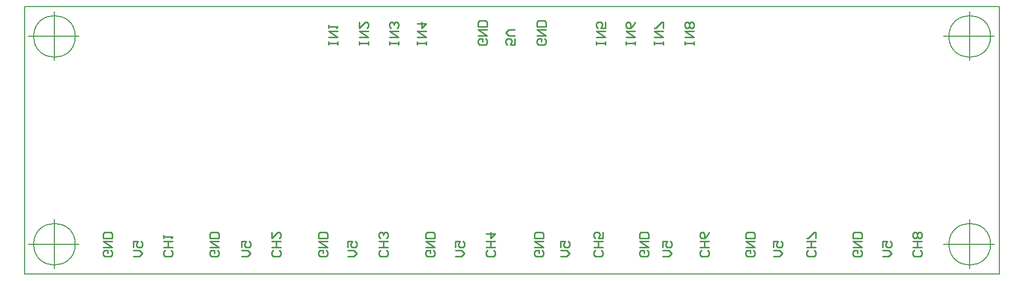
<source format=gbo>
%FSLAX25Y25*%
%MOIN*%
G70*
G01*
G75*
G04 Layer_Color=32896*
%ADD10R,0.02953X0.02362*%
%ADD11R,0.03937X0.04724*%
%ADD12R,0.04724X0.03937*%
%ADD13R,0.07087X0.09843*%
%ADD14C,0.05000*%
%ADD15C,0.01000*%
%ADD16C,0.07000*%
%ADD17C,0.00500*%
%ADD18C,0.00787*%
%ADD19C,0.10630*%
%ADD20C,0.23622*%
%ADD21C,0.07087*%
%ADD22R,0.10630X0.10630*%
%ADD23C,0.02400*%
%ADD24C,0.10000*%
%ADD25C,0.00984*%
%ADD26C,0.03000*%
%ADD27C,0.00394*%
%ADD28R,0.03753X0.03162*%
%ADD29R,0.04737X0.05524*%
%ADD30R,0.05524X0.04737*%
%ADD31R,0.07887X0.10642*%
%ADD32C,0.11430*%
%ADD33C,0.24422*%
%ADD34C,0.07887*%
%ADD35R,0.11430X0.11430*%
%ADD36C,0.03937*%
D15*
X56798Y15499D02*
X57798Y14499D01*
Y12500D01*
X56798Y11500D01*
X52800D01*
X51800Y12500D01*
Y14499D01*
X52800Y15499D01*
X54799D01*
Y13499D01*
X51800Y17498D02*
X57798D01*
X51800Y21497D01*
X57798D01*
Y23496D02*
X51800D01*
Y26495D01*
X52800Y27495D01*
X56798D01*
X57798Y26495D01*
Y23496D01*
X127598Y15499D02*
X128598Y14499D01*
Y12500D01*
X127598Y11500D01*
X123600D01*
X122600Y12500D01*
Y14499D01*
X123600Y15499D01*
X125599D01*
Y13499D01*
X122600Y17498D02*
X128598D01*
X122600Y21497D01*
X128598D01*
Y23496D02*
X122600D01*
Y26495D01*
X123600Y27495D01*
X127598D01*
X128598Y26495D01*
Y23496D01*
X199598Y15499D02*
X200598Y14499D01*
Y12500D01*
X199598Y11500D01*
X195600D01*
X194600Y12500D01*
Y14499D01*
X195600Y15499D01*
X197599D01*
Y13499D01*
X194600Y17498D02*
X200598D01*
X194600Y21497D01*
X200598D01*
Y23496D02*
X194600D01*
Y26495D01*
X195600Y27495D01*
X199598D01*
X200598Y26495D01*
Y23496D01*
X270598Y15499D02*
X271598Y14499D01*
Y12500D01*
X270598Y11500D01*
X266600D01*
X265600Y12500D01*
Y14499D01*
X266600Y15499D01*
X268599D01*
Y13499D01*
X265600Y17498D02*
X271598D01*
X265600Y21497D01*
X271598D01*
Y23496D02*
X265600D01*
Y26495D01*
X266600Y27495D01*
X270598D01*
X271598Y26495D01*
Y23496D01*
X342598Y15499D02*
X343598Y14499D01*
Y12500D01*
X342598Y11500D01*
X338600D01*
X337600Y12500D01*
Y14499D01*
X338600Y15499D01*
X340599D01*
Y13499D01*
X337600Y17498D02*
X343598D01*
X337600Y21497D01*
X343598D01*
Y23496D02*
X337600D01*
Y26495D01*
X338600Y27495D01*
X342598D01*
X343598Y26495D01*
Y23496D01*
X412198Y15499D02*
X413198Y14499D01*
Y12500D01*
X412198Y11500D01*
X408200D01*
X407200Y12500D01*
Y14499D01*
X408200Y15499D01*
X410199D01*
Y13499D01*
X407200Y17498D02*
X413198D01*
X407200Y21497D01*
X413198D01*
Y23496D02*
X407200D01*
Y26495D01*
X408200Y27495D01*
X412198D01*
X413198Y26495D01*
Y23496D01*
X482698Y15499D02*
X483698Y14499D01*
Y12500D01*
X482698Y11500D01*
X478700D01*
X477700Y12500D01*
Y14499D01*
X478700Y15499D01*
X480699D01*
Y13499D01*
X477700Y17498D02*
X483698D01*
X477700Y21497D01*
X483698D01*
Y23496D02*
X477700D01*
Y26495D01*
X478700Y27495D01*
X482698D01*
X483698Y26495D01*
Y23496D01*
X553498Y15499D02*
X554498Y14499D01*
Y12500D01*
X553498Y11500D01*
X549500D01*
X548500Y12500D01*
Y14499D01*
X549500Y15499D01*
X551499D01*
Y13499D01*
X548500Y17498D02*
X554498D01*
X548500Y21497D01*
X554498D01*
Y23496D02*
X548500D01*
Y26495D01*
X549500Y27495D01*
X553498D01*
X554498Y26495D01*
Y23496D01*
X568102Y17498D02*
Y21497D01*
X571101D01*
X570101Y19497D01*
Y18498D01*
X571101Y17498D01*
X573100D01*
X574100Y18498D01*
Y20497D01*
X573100Y21497D01*
X568102Y15499D02*
X572101D01*
X574100Y13499D01*
X572101Y11500D01*
X568102D01*
X495902Y17498D02*
Y21497D01*
X498901D01*
X497901Y19497D01*
Y18498D01*
X498901Y17498D01*
X500900D01*
X501900Y18498D01*
Y20497D01*
X500900Y21497D01*
X495902Y15499D02*
X499901D01*
X501900Y13499D01*
X499901Y11500D01*
X495902D01*
X422602Y17498D02*
Y21497D01*
X425601D01*
X424601Y19497D01*
Y18498D01*
X425601Y17498D01*
X427600D01*
X428600Y18498D01*
Y20497D01*
X427600Y21497D01*
X422602Y15499D02*
X426601D01*
X428600Y13499D01*
X426601Y11500D01*
X422602D01*
X354802Y17498D02*
Y21497D01*
X357801D01*
X356801Y19497D01*
Y18498D01*
X357801Y17498D01*
X359800D01*
X360800Y18498D01*
Y20497D01*
X359800Y21497D01*
X354802Y15499D02*
X358801D01*
X360800Y13499D01*
X358801Y11500D01*
X354802D01*
X285302Y17498D02*
Y21497D01*
X288301D01*
X287301Y19497D01*
Y18498D01*
X288301Y17498D01*
X290300D01*
X291300Y18498D01*
Y20497D01*
X290300Y21497D01*
X285302Y15499D02*
X289301D01*
X291300Y13499D01*
X289301Y11500D01*
X285302D01*
X213802Y17498D02*
Y21497D01*
X216801D01*
X215801Y19497D01*
Y18498D01*
X216801Y17498D01*
X218800D01*
X219800Y18498D01*
Y20497D01*
X218800Y21497D01*
X213802Y15499D02*
X217801D01*
X219800Y13499D01*
X217801Y11500D01*
X213802D01*
X143702Y17498D02*
Y21497D01*
X146701D01*
X145701Y19497D01*
Y18498D01*
X146701Y17498D01*
X148700D01*
X149700Y18498D01*
Y20497D01*
X148700Y21497D01*
X143702Y15499D02*
X147701D01*
X149700Y13499D01*
X147701Y11500D01*
X143702D01*
X72002Y17498D02*
Y21497D01*
X75001D01*
X74001Y19497D01*
Y18498D01*
X75001Y17498D01*
X77000D01*
X78000Y18498D01*
Y20497D01*
X77000Y21497D01*
X72002Y15499D02*
X76001D01*
X78000Y13499D01*
X76001Y11500D01*
X72002D01*
X96998Y15499D02*
X97998Y14499D01*
Y12500D01*
X96998Y11500D01*
X93000D01*
X92000Y12500D01*
Y14499D01*
X93000Y15499D01*
X97998Y17498D02*
X92000D01*
X94999D01*
Y21497D01*
X97998D01*
X92000D01*
Y23496D02*
Y25495D01*
Y24496D01*
X97998D01*
X96998Y23496D01*
X168498Y15499D02*
X169498Y14499D01*
Y12500D01*
X168498Y11500D01*
X164500D01*
X163500Y12500D01*
Y14499D01*
X164500Y15499D01*
X169498Y17498D02*
X163500D01*
X166499D01*
Y21497D01*
X169498D01*
X163500D01*
Y27495D02*
Y23496D01*
X167499Y27495D01*
X168498D01*
X169498Y26495D01*
Y24496D01*
X168498Y23496D01*
X239598Y15499D02*
X240598Y14499D01*
Y12500D01*
X239598Y11500D01*
X235600D01*
X234600Y12500D01*
Y14499D01*
X235600Y15499D01*
X240598Y17498D02*
X234600D01*
X237599D01*
Y21497D01*
X240598D01*
X234600D01*
X239598Y23496D02*
X240598Y24496D01*
Y26495D01*
X239598Y27495D01*
X238599D01*
X237599Y26495D01*
Y25495D01*
Y26495D01*
X236599Y27495D01*
X235600D01*
X234600Y26495D01*
Y24496D01*
X235600Y23496D01*
X310598Y15499D02*
X311598Y14499D01*
Y12500D01*
X310598Y11500D01*
X306600D01*
X305600Y12500D01*
Y14499D01*
X306600Y15499D01*
X311598Y17498D02*
X305600D01*
X308599D01*
Y21497D01*
X311598D01*
X305600D01*
Y26495D02*
X311598D01*
X308599Y23496D01*
Y27495D01*
X381798Y15499D02*
X382798Y14499D01*
Y12500D01*
X381798Y11500D01*
X377800D01*
X376800Y12500D01*
Y14499D01*
X377800Y15499D01*
X382798Y17498D02*
X376800D01*
X379799D01*
Y21497D01*
X382798D01*
X376800D01*
X382798Y27495D02*
Y23496D01*
X379799D01*
X380799Y25495D01*
Y26495D01*
X379799Y27495D01*
X377800D01*
X376800Y26495D01*
Y24496D01*
X377800Y23496D01*
X452398Y15499D02*
X453398Y14499D01*
Y12500D01*
X452398Y11500D01*
X448400D01*
X447400Y12500D01*
Y14499D01*
X448400Y15499D01*
X453398Y17498D02*
X447400D01*
X450399D01*
Y21497D01*
X453398D01*
X447400D01*
X453398Y27495D02*
X452398Y25495D01*
X450399Y23496D01*
X448400D01*
X447400Y24496D01*
Y26495D01*
X448400Y27495D01*
X449399D01*
X450399Y26495D01*
Y23496D01*
X522898Y15499D02*
X523898Y14499D01*
Y12500D01*
X522898Y11500D01*
X518900D01*
X517900Y12500D01*
Y14499D01*
X518900Y15499D01*
X523898Y17498D02*
X517900D01*
X520899D01*
Y21497D01*
X523898D01*
X517900D01*
X523898Y23496D02*
Y27495D01*
X522898D01*
X518900Y23496D01*
X517900D01*
X593198Y15499D02*
X594198Y14499D01*
Y12500D01*
X593198Y11500D01*
X589200D01*
X588200Y12500D01*
Y14499D01*
X589200Y15499D01*
X594198Y17498D02*
X588200D01*
X591199D01*
Y21497D01*
X594198D01*
X588200D01*
X593198Y23496D02*
X594198Y24496D01*
Y26495D01*
X593198Y27495D01*
X592199D01*
X591199Y26495D01*
X590199Y27495D01*
X589200D01*
X588200Y26495D01*
Y24496D01*
X589200Y23496D01*
X590199D01*
X591199Y24496D01*
X592199Y23496D01*
X593198D01*
X591199Y24496D02*
Y26495D01*
X207298Y152000D02*
Y153999D01*
Y153000D01*
X201300D01*
Y152000D01*
Y153999D01*
Y156998D02*
X207298D01*
X201300Y160997D01*
X207298D01*
X201300Y162996D02*
Y164996D01*
Y163996D01*
X207298D01*
X206298Y162996D01*
X227698Y152000D02*
Y153999D01*
Y153000D01*
X221700D01*
Y152000D01*
Y153999D01*
Y156998D02*
X227698D01*
X221700Y160997D01*
X227698D01*
X221700Y166995D02*
Y162996D01*
X225699Y166995D01*
X226698D01*
X227698Y165996D01*
Y163996D01*
X226698Y162996D01*
X247498Y152000D02*
Y153999D01*
Y153000D01*
X241500D01*
Y152000D01*
Y153999D01*
Y156998D02*
X247498D01*
X241500Y160997D01*
X247498D01*
X246498Y162996D02*
X247498Y163996D01*
Y165996D01*
X246498Y166995D01*
X245499D01*
X244499Y165996D01*
Y164996D01*
Y165996D01*
X243499Y166995D01*
X242500D01*
X241500Y165996D01*
Y163996D01*
X242500Y162996D01*
X265998Y152000D02*
Y153999D01*
Y153000D01*
X260000D01*
Y152000D01*
Y153999D01*
Y156998D02*
X265998D01*
X260000Y160997D01*
X265998D01*
X260000Y165996D02*
X265998D01*
X262999Y162996D01*
Y166995D01*
X305198Y155999D02*
X306198Y154999D01*
Y153000D01*
X305198Y152000D01*
X301200D01*
X300200Y153000D01*
Y154999D01*
X301200Y155999D01*
X303199D01*
Y153999D01*
X300200Y157998D02*
X306198D01*
X300200Y161997D01*
X306198D01*
Y163996D02*
X300200D01*
Y166995D01*
X301200Y167995D01*
X305198D01*
X306198Y166995D01*
Y163996D01*
X324698Y155999D02*
Y152000D01*
X321699D01*
X322699Y153999D01*
Y154999D01*
X321699Y155999D01*
X319700D01*
X318700Y154999D01*
Y153000D01*
X319700Y152000D01*
X324698Y157998D02*
X320699D01*
X318700Y159997D01*
X320699Y161997D01*
X324698D01*
X344298Y155999D02*
X345298Y154999D01*
Y153000D01*
X344298Y152000D01*
X340300D01*
X339300Y153000D01*
Y154999D01*
X340300Y155999D01*
X342299D01*
Y153999D01*
X339300Y157998D02*
X345298D01*
X339300Y161997D01*
X345298D01*
Y163996D02*
X339300D01*
Y166995D01*
X340300Y167995D01*
X344298D01*
X345298Y166995D01*
Y163996D01*
X384698Y152000D02*
Y153999D01*
Y153000D01*
X378700D01*
Y152000D01*
Y153999D01*
Y156998D02*
X384698D01*
X378700Y160997D01*
X384698D01*
Y166995D02*
Y162996D01*
X381699D01*
X382699Y164996D01*
Y165996D01*
X381699Y166995D01*
X379700D01*
X378700Y165996D01*
Y163996D01*
X379700Y162996D01*
X404298Y152000D02*
Y153999D01*
Y153000D01*
X398300D01*
Y152000D01*
Y153999D01*
Y156998D02*
X404298D01*
X398300Y160997D01*
X404298D01*
Y166995D02*
X403298Y164996D01*
X401299Y162996D01*
X399300D01*
X398300Y163996D01*
Y165996D01*
X399300Y166995D01*
X400299D01*
X401299Y165996D01*
Y162996D01*
X422798Y152000D02*
Y153999D01*
Y153000D01*
X416800D01*
Y152000D01*
Y153999D01*
Y156998D02*
X422798D01*
X416800Y160997D01*
X422798D01*
Y162996D02*
Y166995D01*
X421798D01*
X417800Y162996D01*
X416800D01*
X443198Y152000D02*
Y153999D01*
Y153000D01*
X437200D01*
Y152000D01*
Y153999D01*
Y156998D02*
X443198D01*
X437200Y160997D01*
X443198D01*
X442198Y162996D02*
X443198Y163996D01*
Y165996D01*
X442198Y166995D01*
X441199D01*
X440199Y165996D01*
X439199Y166995D01*
X438200D01*
X437200Y165996D01*
Y163996D01*
X438200Y162996D01*
X439199D01*
X440199Y163996D01*
X441199Y162996D01*
X442198D01*
X440199Y163996D02*
Y165996D01*
D17*
X0Y0D02*
Y177165D01*
X645669D01*
Y0D02*
Y177165D01*
X0Y0D02*
X645669D01*
D18*
X33465Y19685D02*
G03*
X33465Y19685I-13780J0D01*
G01*
X639764D02*
G03*
X639764Y19685I-13780J0D01*
G01*
Y157480D02*
G03*
X639764Y157480I-13780J0D01*
G01*
X33465D02*
G03*
X33465Y157480I-13780J0D01*
G01*
X2385Y19685D02*
X36085D01*
X19685Y3785D02*
Y36285D01*
X608684Y19685D02*
X642384D01*
X625984Y3785D02*
Y36285D01*
X608684Y157480D02*
X642384D01*
X625984Y141580D02*
Y174080D01*
X2385Y157480D02*
X36085D01*
X19685Y141580D02*
Y174080D01*
M02*

</source>
